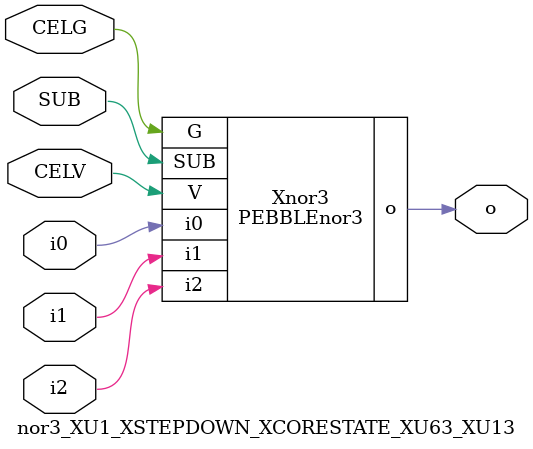
<source format=v>



module PEBBLEnor3 ( o, G, SUB, V, i0, i1, i2 );

  input i0;
  input V;
  input i2;
  input i1;
  input G;
  output o;
  input SUB;
endmodule

//Celera Confidential Do Not Copy nor3_XU1_XSTEPDOWN_XCORESTATE_XU63_XU13
//Celera Confidential Symbol Generator
//NOR3
module nor3_XU1_XSTEPDOWN_XCORESTATE_XU63_XU13 (CELV,CELG,i0,i1,i2,o,SUB);
input CELV;
input CELG;
input i0;
input i1;
input i2;
input SUB;
output o;

//Celera Confidential Do Not Copy nor3
PEBBLEnor3 Xnor3(
.V (CELV),
.i0 (i0),
.i1 (i1),
.i2 (i2),
.o (o),
.SUB (SUB),
.G (CELG)
);
//,diesize,PEBBLEnor3

//Celera Confidential Do Not Copy Module End
//Celera Schematic Generator
endmodule

</source>
